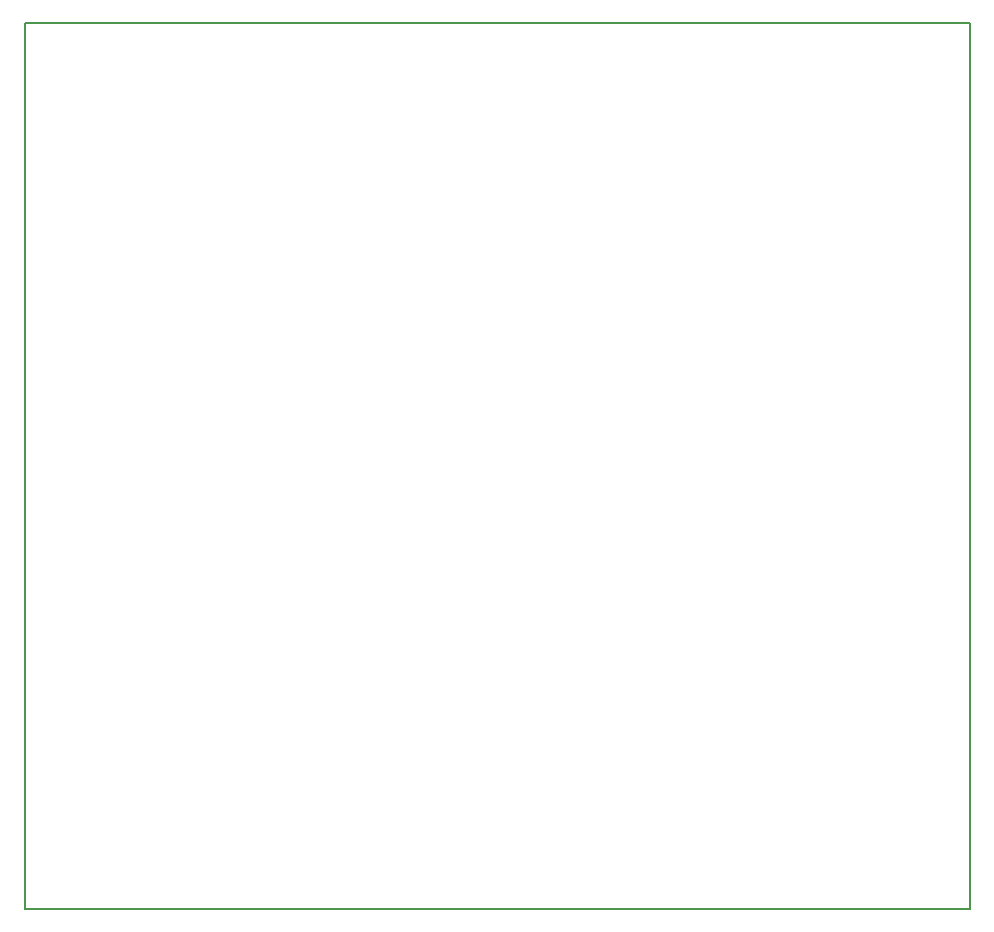
<source format=gbr>
%TF.GenerationSoftware,KiCad,Pcbnew,9.0.0*%
%TF.CreationDate,2025-03-11T13:16:13+01:00*%
%TF.ProjectId,SergiMarsol_projecte_MISE,53657267-694d-4617-9273-6f6c5f70726f,rev?*%
%TF.SameCoordinates,Original*%
%TF.FileFunction,Profile,NP*%
%FSLAX46Y46*%
G04 Gerber Fmt 4.6, Leading zero omitted, Abs format (unit mm)*
G04 Created by KiCad (PCBNEW 9.0.0) date 2025-03-11 13:16:13*
%MOMM*%
%LPD*%
G01*
G04 APERTURE LIST*
%TA.AperFunction,Profile*%
%ADD10C,0.200000*%
%TD*%
G04 APERTURE END LIST*
D10*
X18040000Y-19920000D02*
X98040000Y-19920000D01*
X98040000Y-94920000D01*
X18040000Y-94920000D01*
X18040000Y-19920000D01*
M02*

</source>
